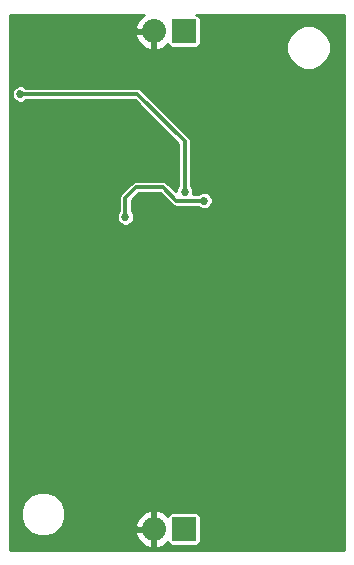
<source format=gbl>
G04 #@! TF.FileFunction,Copper,L2,Bot,Signal*
%FSLAX46Y46*%
G04 Gerber Fmt 4.6, Leading zero omitted, Abs format (unit mm)*
G04 Created by KiCad (PCBNEW 0.201508140901+6091~28~ubuntu14.04.1-product) date Thu 05 Nov 2015 06:04:02 AM PST*
%MOMM*%
G01*
G04 APERTURE LIST*
%ADD10C,0.076200*%
%ADD11C,0.600000*%
%ADD12R,2.032000X2.032000*%
%ADD13O,2.032000X2.032000*%
%ADD14R,1.650000X2.400000*%
%ADD15C,0.400000*%
%ADD16C,0.685800*%
%ADD17C,0.304800*%
%ADD18C,0.254000*%
G04 APERTURE END LIST*
D10*
D11*
X153681200Y-104950400D03*
X155681200Y-104950400D03*
X155681200Y-130450400D03*
X153681200Y-130450400D03*
X151681200Y-130450400D03*
X155681200Y-128450400D03*
X153681200Y-128450400D03*
X151681200Y-128450400D03*
X155681200Y-126450400D03*
X153681200Y-126450400D03*
X151681200Y-126450400D03*
X153681200Y-124450400D03*
X151681200Y-124450400D03*
X149681200Y-124450400D03*
X147681200Y-124450400D03*
X153681200Y-122450400D03*
X151681200Y-122450400D03*
X149681200Y-122450400D03*
X147681200Y-122450400D03*
X153681200Y-120450400D03*
X151681200Y-120450400D03*
X149681200Y-120450400D03*
X147681200Y-120450400D03*
X153681200Y-118450400D03*
X151681200Y-118450400D03*
X149681200Y-118450400D03*
X147681200Y-118450400D03*
X153681200Y-116450400D03*
X151681200Y-116450400D03*
X149681200Y-116450400D03*
X147681200Y-116450400D03*
X157681200Y-114450400D03*
X155681200Y-114450400D03*
X153681200Y-114450400D03*
X151681200Y-114450400D03*
X149681200Y-114450400D03*
X147681200Y-114450400D03*
X153681200Y-112450400D03*
X151681200Y-112450400D03*
X149681200Y-112450400D03*
X147681200Y-112450400D03*
X157681200Y-110450400D03*
X155681200Y-110450400D03*
X151681200Y-110450400D03*
X149681200Y-110450400D03*
X147681200Y-110450400D03*
X157681200Y-108450400D03*
X155681200Y-108450400D03*
X153681200Y-108450400D03*
X149681200Y-108450400D03*
X147681200Y-108450400D03*
X157681200Y-106450400D03*
X155681200Y-106450400D03*
X153681200Y-106450400D03*
X151681200Y-106450400D03*
X147681200Y-106450400D03*
X155231600Y-94055200D03*
X153231600Y-94055200D03*
X157231600Y-90055200D03*
X155231600Y-90055200D03*
X153231600Y-90055200D03*
X151231600Y-90055200D03*
X155231600Y-88055200D03*
X153231600Y-88055200D03*
X151231600Y-88055200D03*
X155231600Y-86055200D03*
X153231600Y-86055200D03*
D12*
X160782000Y-86868000D03*
D13*
X158242000Y-86868000D03*
D12*
X160782000Y-129032000D03*
D13*
X158242000Y-129032000D03*
D11*
X151231600Y-86055200D03*
D14*
X158623000Y-102362000D03*
D15*
X158623000Y-102362000D03*
X159123000Y-103112000D03*
X159123000Y-101612000D03*
X158123000Y-101612000D03*
X158123000Y-103112000D03*
D16*
X162496500Y-101219000D03*
X155829000Y-102616000D03*
X146939000Y-92202000D03*
X160845500Y-100457000D03*
D17*
X160147000Y-101219000D02*
X162496500Y-101219000D01*
X159004000Y-100076000D02*
X160147000Y-101219000D01*
X156718000Y-100076000D02*
X159004000Y-100076000D01*
X155829000Y-100965000D02*
X156718000Y-100076000D01*
X155829000Y-102616000D02*
X155829000Y-100965000D01*
X156845000Y-92202000D02*
X146939000Y-92202000D01*
X160845500Y-96202500D02*
X156845000Y-92202000D01*
X160845500Y-100457000D02*
X160845500Y-96202500D01*
D18*
G36*
X156904812Y-85899621D02*
X156636017Y-86485054D01*
X156754633Y-86741000D01*
X158115000Y-86741000D01*
X158115000Y-86721000D01*
X158369000Y-86721000D01*
X158369000Y-86741000D01*
X158389000Y-86741000D01*
X158389000Y-86995000D01*
X158369000Y-86995000D01*
X158369000Y-88354836D01*
X158624944Y-88473975D01*
X159106818Y-88274385D01*
X159399863Y-88002658D01*
X159404103Y-88025190D01*
X159487546Y-88154865D01*
X159614866Y-88241859D01*
X159766000Y-88272464D01*
X161798000Y-88272464D01*
X161939190Y-88245897D01*
X162068865Y-88162454D01*
X162155859Y-88035134D01*
X162186464Y-87884000D01*
X162186464Y-85852000D01*
X162159897Y-85710810D01*
X162076454Y-85581135D01*
X161949134Y-85494141D01*
X161828933Y-85469800D01*
X174372200Y-85469800D01*
X174372200Y-130811200D01*
X146048800Y-130811200D01*
X146048800Y-128134513D01*
X146962674Y-128134513D01*
X147248436Y-128826109D01*
X147777108Y-129355704D01*
X148468204Y-129642673D01*
X149216513Y-129643326D01*
X149769234Y-129414946D01*
X156636017Y-129414946D01*
X156904812Y-130000379D01*
X157377182Y-130438385D01*
X157859056Y-130637975D01*
X158115000Y-130518836D01*
X158115000Y-129159000D01*
X156754633Y-129159000D01*
X156636017Y-129414946D01*
X149769234Y-129414946D01*
X149908109Y-129357564D01*
X150437704Y-128828892D01*
X150512379Y-128649054D01*
X156636017Y-128649054D01*
X156754633Y-128905000D01*
X158115000Y-128905000D01*
X158115000Y-127545164D01*
X158369000Y-127545164D01*
X158369000Y-128905000D01*
X158389000Y-128905000D01*
X158389000Y-129159000D01*
X158369000Y-129159000D01*
X158369000Y-130518836D01*
X158624944Y-130637975D01*
X159106818Y-130438385D01*
X159399863Y-130166658D01*
X159404103Y-130189190D01*
X159487546Y-130318865D01*
X159614866Y-130405859D01*
X159766000Y-130436464D01*
X161798000Y-130436464D01*
X161939190Y-130409897D01*
X162068865Y-130326454D01*
X162155859Y-130199134D01*
X162186464Y-130048000D01*
X162186464Y-128016000D01*
X162159897Y-127874810D01*
X162076454Y-127745135D01*
X161949134Y-127658141D01*
X161798000Y-127627536D01*
X159766000Y-127627536D01*
X159624810Y-127654103D01*
X159495135Y-127737546D01*
X159408141Y-127864866D01*
X159401296Y-127898670D01*
X159106818Y-127625615D01*
X158624944Y-127426025D01*
X158369000Y-127545164D01*
X158115000Y-127545164D01*
X157859056Y-127426025D01*
X157377182Y-127625615D01*
X156904812Y-128063621D01*
X156636017Y-128649054D01*
X150512379Y-128649054D01*
X150724673Y-128137796D01*
X150725326Y-127389487D01*
X150439564Y-126697891D01*
X149910892Y-126168296D01*
X149219796Y-125881327D01*
X148471487Y-125880674D01*
X147779891Y-126166436D01*
X147250296Y-126695108D01*
X146963327Y-127386204D01*
X146962674Y-128134513D01*
X146048800Y-128134513D01*
X146048800Y-92345361D01*
X146214975Y-92345361D01*
X146324950Y-92611521D01*
X146528408Y-92815335D01*
X146794376Y-92925774D01*
X147082361Y-92926025D01*
X147348521Y-92816050D01*
X147429312Y-92735400D01*
X156624058Y-92735400D01*
X160312100Y-96423442D01*
X160312100Y-99966613D01*
X160232165Y-100046408D01*
X160121726Y-100312376D01*
X160121615Y-100439273D01*
X159381171Y-99698829D01*
X159208123Y-99583203D01*
X159004000Y-99542600D01*
X156718000Y-99542600D01*
X156513877Y-99583203D01*
X156340829Y-99698829D01*
X155451829Y-100587829D01*
X155336203Y-100760877D01*
X155295600Y-100965000D01*
X155295600Y-102125613D01*
X155215665Y-102205408D01*
X155105226Y-102471376D01*
X155104975Y-102759361D01*
X155214950Y-103025521D01*
X155418408Y-103229335D01*
X155684376Y-103339774D01*
X155972361Y-103340025D01*
X156238521Y-103230050D01*
X156442335Y-103026592D01*
X156552774Y-102760624D01*
X156553025Y-102472639D01*
X156443050Y-102206479D01*
X156362400Y-102125688D01*
X156362400Y-101185942D01*
X156938942Y-100609400D01*
X158783058Y-100609400D01*
X159769829Y-101596171D01*
X159942877Y-101711797D01*
X160147000Y-101752400D01*
X162006113Y-101752400D01*
X162085908Y-101832335D01*
X162351876Y-101942774D01*
X162639861Y-101943025D01*
X162906021Y-101833050D01*
X163109835Y-101629592D01*
X163220274Y-101363624D01*
X163220525Y-101075639D01*
X163110550Y-100809479D01*
X162907092Y-100605665D01*
X162641124Y-100495226D01*
X162353139Y-100494975D01*
X162086979Y-100604950D01*
X162006188Y-100685600D01*
X161534404Y-100685600D01*
X161569274Y-100601624D01*
X161569525Y-100313639D01*
X161459550Y-100047479D01*
X161378900Y-99966688D01*
X161378900Y-96202500D01*
X161338297Y-95998377D01*
X161338297Y-95998376D01*
X161222671Y-95825329D01*
X157222171Y-91824829D01*
X157049123Y-91709203D01*
X156845000Y-91668600D01*
X147429387Y-91668600D01*
X147349592Y-91588665D01*
X147083624Y-91478226D01*
X146795639Y-91477975D01*
X146529479Y-91587950D01*
X146325665Y-91791408D01*
X146215226Y-92057376D01*
X146214975Y-92345361D01*
X146048800Y-92345361D01*
X146048800Y-88637513D01*
X169441674Y-88637513D01*
X169727436Y-89329109D01*
X170256108Y-89858704D01*
X170947204Y-90145673D01*
X171695513Y-90146326D01*
X172387109Y-89860564D01*
X172916704Y-89331892D01*
X173203673Y-88640796D01*
X173204326Y-87892487D01*
X172918564Y-87200891D01*
X172389892Y-86671296D01*
X171698796Y-86384327D01*
X170950487Y-86383674D01*
X170258891Y-86669436D01*
X169729296Y-87198108D01*
X169442327Y-87889204D01*
X169441674Y-88637513D01*
X146048800Y-88637513D01*
X146048800Y-87250946D01*
X156636017Y-87250946D01*
X156904812Y-87836379D01*
X157377182Y-88274385D01*
X157859056Y-88473975D01*
X158115000Y-88354836D01*
X158115000Y-86995000D01*
X156754633Y-86995000D01*
X156636017Y-87250946D01*
X146048800Y-87250946D01*
X146048800Y-85469800D01*
X157368355Y-85469800D01*
X156904812Y-85899621D01*
X156904812Y-85899621D01*
G37*
X156904812Y-85899621D02*
X156636017Y-86485054D01*
X156754633Y-86741000D01*
X158115000Y-86741000D01*
X158115000Y-86721000D01*
X158369000Y-86721000D01*
X158369000Y-86741000D01*
X158389000Y-86741000D01*
X158389000Y-86995000D01*
X158369000Y-86995000D01*
X158369000Y-88354836D01*
X158624944Y-88473975D01*
X159106818Y-88274385D01*
X159399863Y-88002658D01*
X159404103Y-88025190D01*
X159487546Y-88154865D01*
X159614866Y-88241859D01*
X159766000Y-88272464D01*
X161798000Y-88272464D01*
X161939190Y-88245897D01*
X162068865Y-88162454D01*
X162155859Y-88035134D01*
X162186464Y-87884000D01*
X162186464Y-85852000D01*
X162159897Y-85710810D01*
X162076454Y-85581135D01*
X161949134Y-85494141D01*
X161828933Y-85469800D01*
X174372200Y-85469800D01*
X174372200Y-130811200D01*
X146048800Y-130811200D01*
X146048800Y-128134513D01*
X146962674Y-128134513D01*
X147248436Y-128826109D01*
X147777108Y-129355704D01*
X148468204Y-129642673D01*
X149216513Y-129643326D01*
X149769234Y-129414946D01*
X156636017Y-129414946D01*
X156904812Y-130000379D01*
X157377182Y-130438385D01*
X157859056Y-130637975D01*
X158115000Y-130518836D01*
X158115000Y-129159000D01*
X156754633Y-129159000D01*
X156636017Y-129414946D01*
X149769234Y-129414946D01*
X149908109Y-129357564D01*
X150437704Y-128828892D01*
X150512379Y-128649054D01*
X156636017Y-128649054D01*
X156754633Y-128905000D01*
X158115000Y-128905000D01*
X158115000Y-127545164D01*
X158369000Y-127545164D01*
X158369000Y-128905000D01*
X158389000Y-128905000D01*
X158389000Y-129159000D01*
X158369000Y-129159000D01*
X158369000Y-130518836D01*
X158624944Y-130637975D01*
X159106818Y-130438385D01*
X159399863Y-130166658D01*
X159404103Y-130189190D01*
X159487546Y-130318865D01*
X159614866Y-130405859D01*
X159766000Y-130436464D01*
X161798000Y-130436464D01*
X161939190Y-130409897D01*
X162068865Y-130326454D01*
X162155859Y-130199134D01*
X162186464Y-130048000D01*
X162186464Y-128016000D01*
X162159897Y-127874810D01*
X162076454Y-127745135D01*
X161949134Y-127658141D01*
X161798000Y-127627536D01*
X159766000Y-127627536D01*
X159624810Y-127654103D01*
X159495135Y-127737546D01*
X159408141Y-127864866D01*
X159401296Y-127898670D01*
X159106818Y-127625615D01*
X158624944Y-127426025D01*
X158369000Y-127545164D01*
X158115000Y-127545164D01*
X157859056Y-127426025D01*
X157377182Y-127625615D01*
X156904812Y-128063621D01*
X156636017Y-128649054D01*
X150512379Y-128649054D01*
X150724673Y-128137796D01*
X150725326Y-127389487D01*
X150439564Y-126697891D01*
X149910892Y-126168296D01*
X149219796Y-125881327D01*
X148471487Y-125880674D01*
X147779891Y-126166436D01*
X147250296Y-126695108D01*
X146963327Y-127386204D01*
X146962674Y-128134513D01*
X146048800Y-128134513D01*
X146048800Y-92345361D01*
X146214975Y-92345361D01*
X146324950Y-92611521D01*
X146528408Y-92815335D01*
X146794376Y-92925774D01*
X147082361Y-92926025D01*
X147348521Y-92816050D01*
X147429312Y-92735400D01*
X156624058Y-92735400D01*
X160312100Y-96423442D01*
X160312100Y-99966613D01*
X160232165Y-100046408D01*
X160121726Y-100312376D01*
X160121615Y-100439273D01*
X159381171Y-99698829D01*
X159208123Y-99583203D01*
X159004000Y-99542600D01*
X156718000Y-99542600D01*
X156513877Y-99583203D01*
X156340829Y-99698829D01*
X155451829Y-100587829D01*
X155336203Y-100760877D01*
X155295600Y-100965000D01*
X155295600Y-102125613D01*
X155215665Y-102205408D01*
X155105226Y-102471376D01*
X155104975Y-102759361D01*
X155214950Y-103025521D01*
X155418408Y-103229335D01*
X155684376Y-103339774D01*
X155972361Y-103340025D01*
X156238521Y-103230050D01*
X156442335Y-103026592D01*
X156552774Y-102760624D01*
X156553025Y-102472639D01*
X156443050Y-102206479D01*
X156362400Y-102125688D01*
X156362400Y-101185942D01*
X156938942Y-100609400D01*
X158783058Y-100609400D01*
X159769829Y-101596171D01*
X159942877Y-101711797D01*
X160147000Y-101752400D01*
X162006113Y-101752400D01*
X162085908Y-101832335D01*
X162351876Y-101942774D01*
X162639861Y-101943025D01*
X162906021Y-101833050D01*
X163109835Y-101629592D01*
X163220274Y-101363624D01*
X163220525Y-101075639D01*
X163110550Y-100809479D01*
X162907092Y-100605665D01*
X162641124Y-100495226D01*
X162353139Y-100494975D01*
X162086979Y-100604950D01*
X162006188Y-100685600D01*
X161534404Y-100685600D01*
X161569274Y-100601624D01*
X161569525Y-100313639D01*
X161459550Y-100047479D01*
X161378900Y-99966688D01*
X161378900Y-96202500D01*
X161338297Y-95998377D01*
X161338297Y-95998376D01*
X161222671Y-95825329D01*
X157222171Y-91824829D01*
X157049123Y-91709203D01*
X156845000Y-91668600D01*
X147429387Y-91668600D01*
X147349592Y-91588665D01*
X147083624Y-91478226D01*
X146795639Y-91477975D01*
X146529479Y-91587950D01*
X146325665Y-91791408D01*
X146215226Y-92057376D01*
X146214975Y-92345361D01*
X146048800Y-92345361D01*
X146048800Y-88637513D01*
X169441674Y-88637513D01*
X169727436Y-89329109D01*
X170256108Y-89858704D01*
X170947204Y-90145673D01*
X171695513Y-90146326D01*
X172387109Y-89860564D01*
X172916704Y-89331892D01*
X173203673Y-88640796D01*
X173204326Y-87892487D01*
X172918564Y-87200891D01*
X172389892Y-86671296D01*
X171698796Y-86384327D01*
X170950487Y-86383674D01*
X170258891Y-86669436D01*
X169729296Y-87198108D01*
X169442327Y-87889204D01*
X169441674Y-88637513D01*
X146048800Y-88637513D01*
X146048800Y-87250946D01*
X156636017Y-87250946D01*
X156904812Y-87836379D01*
X157377182Y-88274385D01*
X157859056Y-88473975D01*
X158115000Y-88354836D01*
X158115000Y-86995000D01*
X156754633Y-86995000D01*
X156636017Y-87250946D01*
X146048800Y-87250946D01*
X146048800Y-85469800D01*
X157368355Y-85469800D01*
X156904812Y-85899621D01*
M02*

</source>
